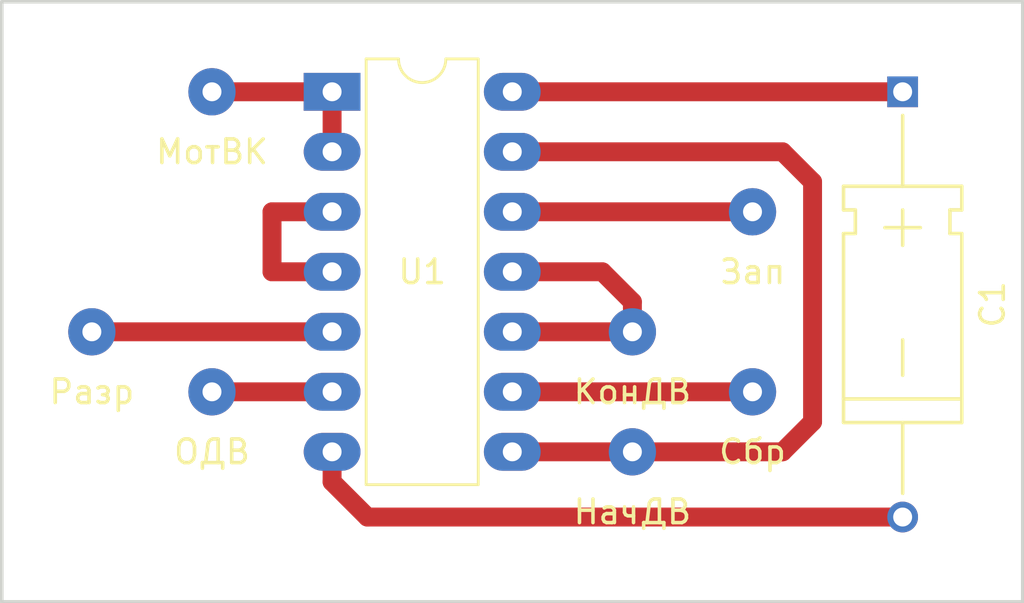
<source format=kicad_pcb>
(kicad_pcb (version 20171130) (host pcbnew "(5.0.0)")

  (general
    (thickness 1.6)
    (drawings 4)
    (tracks 23)
    (zones 0)
    (modules 9)
    (nets 11)
  )

  (page A4)
  (layers
    (0 F.Cu signal)
    (31 B.Cu signal)
    (32 B.Adhes user)
    (33 F.Adhes user)
    (34 B.Paste user)
    (35 F.Paste user)
    (36 B.SilkS user)
    (37 F.SilkS user)
    (38 B.Mask user)
    (39 F.Mask user)
    (40 Dwgs.User user)
    (41 Cmts.User user)
    (42 Eco1.User user)
    (43 Eco2.User user)
    (44 Edge.Cuts user)
    (45 Margin user)
    (46 B.CrtYd user)
    (47 F.CrtYd user)
    (48 B.Fab user)
    (49 F.Fab user)
  )

  (setup
    (last_trace_width 0.8)
    (user_trace_width 0.8)
    (trace_clearance 0.2)
    (zone_clearance 0.508)
    (zone_45_only no)
    (trace_min 0.2)
    (segment_width 0.2)
    (edge_width 0.15)
    (via_size 0.8)
    (via_drill 0.4)
    (via_min_size 0.4)
    (via_min_drill 0.3)
    (uvia_size 0.3)
    (uvia_drill 0.1)
    (uvias_allowed no)
    (uvia_min_size 0.2)
    (uvia_min_drill 0.1)
    (pcb_text_width 0.3)
    (pcb_text_size 1.5 1.5)
    (mod_edge_width 0.15)
    (mod_text_size 1 1)
    (mod_text_width 0.15)
    (pad_size 1.524 1.524)
    (pad_drill 0.762)
    (pad_to_mask_clearance 0.2)
    (aux_axis_origin 0 0)
    (visible_elements FFFFFF7F)
    (pcbplotparams
      (layerselection 0x010fc_ffffffff)
      (usegerberextensions false)
      (usegerberattributes false)
      (usegerberadvancedattributes false)
      (creategerberjobfile false)
      (excludeedgelayer true)
      (linewidth 0.100000)
      (plotframeref false)
      (viasonmask false)
      (mode 1)
      (useauxorigin false)
      (hpglpennumber 1)
      (hpglpenspeed 20)
      (hpglpendiameter 15.000000)
      (psnegative false)
      (psa4output false)
      (plotreference true)
      (plotvalue true)
      (plotinvisibletext false)
      (padsonsilk false)
      (subtractmaskfromsilk false)
      (outputformat 1)
      (mirror false)
      (drillshape 1)
      (scaleselection 1)
      (outputdirectory ""))
  )

  (net 0 "")
  (net 1 "Net-(J1-Pad1)")
  (net 2 "Net-(J7-Pad1)")
  (net 3 "Net-(J6-Pad1)")
  (net 4 "Net-(U1-Pad3)")
  (net 5 "Net-(J5-Pad1)")
  (net 6 "Net-(J3-Pad1)")
  (net 7 "Net-(J4-Pad1)")
  (net 8 "Net-(J2-Pad1)")
  (net 9 "Net-(C1-Pad2)")
  (net 10 "Net-(C1-Pad1)")

  (net_class Default "Это класс цепей по умолчанию."
    (clearance 0.2)
    (trace_width 0.25)
    (via_dia 0.8)
    (via_drill 0.4)
    (uvia_dia 0.3)
    (uvia_drill 0.1)
    (add_net "Net-(C1-Pad1)")
    (add_net "Net-(C1-Pad2)")
    (add_net "Net-(J1-Pad1)")
    (add_net "Net-(J2-Pad1)")
    (add_net "Net-(J3-Pad1)")
    (add_net "Net-(J4-Pad1)")
    (add_net "Net-(J5-Pad1)")
    (add_net "Net-(J6-Pad1)")
    (add_net "Net-(J7-Pad1)")
    (add_net "Net-(U1-Pad3)")
  )

  (module Capacitors_THT:C_Axial_D5_L11_P18 (layer F.Cu) (tedit 0) (tstamp 5D497BD8)
    (at 125.73 54.61 270)
    (descr "Axial Electrolytic Capacitor Diameter 5mm x Length 11mm, Pitch 18mm")
    (tags "Electrolytic Capacitor")
    (path /5D4210AA)
    (fp_text reference C1 (at 9 -3.8 270) (layer F.SilkS)
      (effects (font (size 1 1) (thickness 0.15)))
    )
    (fp_text value C (at 9 3.8 270) (layer F.Fab)
      (effects (font (size 1 1) (thickness 0.15)))
    )
    (fp_line (start 6 2.5) (end 14 2.5) (layer F.SilkS) (width 0.15))
    (fp_line (start 5 2.5) (end 4 2.5) (layer F.SilkS) (width 0.15))
    (fp_line (start 5 -2.5) (end 4 -2.5) (layer F.SilkS) (width 0.15))
    (fp_line (start 14 -2.5) (end 6 -2.5) (layer F.SilkS) (width 0.15))
    (fp_line (start 14 2.5) (end 14 -2.5) (layer F.SilkS) (width 0.15))
    (fp_line (start 13 -2.5) (end 13 2.5) (layer F.SilkS) (width 0.15))
    (fp_line (start 4 2.5) (end 4 -2.5) (layer F.SilkS) (width 0.15))
    (fp_line (start 6 2.5) (end 6 2) (layer F.SilkS) (width 0.15))
    (fp_line (start 6 2) (end 5 2) (layer F.SilkS) (width 0.15))
    (fp_line (start 5 2) (end 5 2.5) (layer F.SilkS) (width 0.15))
    (fp_line (start 5 -2.5) (end 5 -2) (layer F.SilkS) (width 0.15))
    (fp_line (start 5 -2) (end 6 -2) (layer F.SilkS) (width 0.15))
    (fp_line (start 6 -2) (end 6 -2.5) (layer F.SilkS) (width 0.15))
    (fp_line (start 17 0) (end 14 0) (layer F.SilkS) (width 0.15))
    (fp_line (start 4 0) (end 1 0) (layer F.SilkS) (width 0.15))
    (fp_line (start 10.5 0) (end 12 0) (layer F.SilkS) (width 0.15))
    (fp_line (start 5 0) (end 6.5 0) (layer F.SilkS) (width 0.15))
    (fp_line (start 5.75 0.75) (end 5.75 -0.75) (layer F.SilkS) (width 0.15))
    (fp_line (start -1 -2.8) (end 19 -2.8) (layer F.CrtYd) (width 0.05))
    (fp_line (start 19 -2.8) (end 19 2.8) (layer F.CrtYd) (width 0.05))
    (fp_line (start 19 2.8) (end -1 2.8) (layer F.CrtYd) (width 0.05))
    (fp_line (start -1 2.8) (end -1 -2.8) (layer F.CrtYd) (width 0.05))
    (pad 1 thru_hole rect (at 0 0 270) (size 1.3 1.3) (drill 0.8) (layers *.Cu *.Mask)
      (net 10 "Net-(C1-Pad1)"))
    (pad 2 thru_hole circle (at 18 0 270) (size 1.3 1.3) (drill 0.8) (layers *.Cu *.Mask)
      (net 9 "Net-(C1-Pad2)"))
    (model Capacitors_ThroughHole.3dshapes/C_Axial_D5_L11_P18.wrl
      (offset (xyz 9.000007264833451 0 0))
      (scale (xyz 1 1 1))
      (rotate (xyz 0 0 180))
    )
  )

  (module Connector_Wire:SolderWirePad_1x01_Drill0.8mm (layer F.Cu) (tedit 5D42120D) (tstamp 5D497BBC)
    (at 114.3 69.85)
    (descr "Wire solder connection")
    (tags connector)
    (path /5D421900)
    (attr virtual)
    (fp_text reference J7 (at -2.54 -1.27) (layer F.Fab)
      (effects (font (size 1 1) (thickness 0.15)))
    )
    (fp_text value НачДВ (at 0 2.54) (layer F.SilkS)
      (effects (font (size 1 1) (thickness 0.15)))
    )
    (fp_text user %R (at 0 0) (layer F.Fab)
      (effects (font (size 1 1) (thickness 0.15)))
    )
    (fp_line (start -1.5 -1.5) (end 1.5 -1.5) (layer F.CrtYd) (width 0.05))
    (fp_line (start -1.5 -1.5) (end -1.5 1.5) (layer F.CrtYd) (width 0.05))
    (fp_line (start 1.5 1.5) (end 1.5 -1.5) (layer F.CrtYd) (width 0.05))
    (fp_line (start 1.5 1.5) (end -1.5 1.5) (layer F.CrtYd) (width 0.05))
    (pad 1 thru_hole circle (at 0 0) (size 1.99898 1.99898) (drill 0.8001) (layers *.Cu *.Mask)
      (net 2 "Net-(J7-Pad1)"))
  )

  (module Connector_Wire:SolderWirePad_1x01_Drill0.8mm (layer F.Cu) (tedit 5D421243) (tstamp 5D497BB2)
    (at 119.38 67.31)
    (descr "Wire solder connection")
    (tags connector)
    (path /5D4219ED)
    (attr virtual)
    (fp_text reference J6 (at 0 -2.54) (layer F.Fab)
      (effects (font (size 1 1) (thickness 0.15)))
    )
    (fp_text value Сбр (at 0 2.54) (layer F.SilkS)
      (effects (font (size 1 1) (thickness 0.15)))
    )
    (fp_line (start 1.5 1.5) (end -1.5 1.5) (layer F.CrtYd) (width 0.05))
    (fp_line (start 1.5 1.5) (end 1.5 -1.5) (layer F.CrtYd) (width 0.05))
    (fp_line (start -1.5 -1.5) (end -1.5 1.5) (layer F.CrtYd) (width 0.05))
    (fp_line (start -1.5 -1.5) (end 1.5 -1.5) (layer F.CrtYd) (width 0.05))
    (fp_text user %R (at 0 0) (layer F.Fab)
      (effects (font (size 1 1) (thickness 0.15)))
    )
    (pad 1 thru_hole circle (at 0 0) (size 1.99898 1.99898) (drill 0.8001) (layers *.Cu *.Mask)
      (net 3 "Net-(J6-Pad1)"))
  )

  (module Connector_Wire:SolderWirePad_1x01_Drill0.8mm (layer F.Cu) (tedit 5D42121F) (tstamp 5D497BA8)
    (at 114.3 64.77)
    (descr "Wire solder connection")
    (tags connector)
    (path /5D4216BB)
    (attr virtual)
    (fp_text reference J5 (at 0 -2.54) (layer F.Fab)
      (effects (font (size 1 1) (thickness 0.15)))
    )
    (fp_text value КонДВ (at 0 2.54) (layer F.SilkS)
      (effects (font (size 1 1) (thickness 0.15)))
    )
    (fp_text user %R (at 0 0) (layer F.Fab)
      (effects (font (size 1 1) (thickness 0.15)))
    )
    (fp_line (start -1.5 -1.5) (end 1.5 -1.5) (layer F.CrtYd) (width 0.05))
    (fp_line (start -1.5 -1.5) (end -1.5 1.5) (layer F.CrtYd) (width 0.05))
    (fp_line (start 1.5 1.5) (end 1.5 -1.5) (layer F.CrtYd) (width 0.05))
    (fp_line (start 1.5 1.5) (end -1.5 1.5) (layer F.CrtYd) (width 0.05))
    (pad 1 thru_hole circle (at 0 0) (size 1.99898 1.99898) (drill 0.8001) (layers *.Cu *.Mask)
      (net 5 "Net-(J5-Pad1)"))
  )

  (module Connector_Wire:SolderWirePad_1x01_Drill0.8mm (layer F.Cu) (tedit 5D42123D) (tstamp 5D497B9E)
    (at 119.38 59.69)
    (descr "Wire solder connection")
    (tags connector)
    (path /5D421956)
    (attr virtual)
    (fp_text reference J4 (at -3.81 -1.27) (layer F.Fab)
      (effects (font (size 1 1) (thickness 0.15)))
    )
    (fp_text value Зап (at 0 2.54) (layer F.SilkS)
      (effects (font (size 1 1) (thickness 0.15)))
    )
    (fp_line (start 1.5 1.5) (end -1.5 1.5) (layer F.CrtYd) (width 0.05))
    (fp_line (start 1.5 1.5) (end 1.5 -1.5) (layer F.CrtYd) (width 0.05))
    (fp_line (start -1.5 -1.5) (end -1.5 1.5) (layer F.CrtYd) (width 0.05))
    (fp_line (start -1.5 -1.5) (end 1.5 -1.5) (layer F.CrtYd) (width 0.05))
    (fp_text user %R (at 0 0) (layer F.Fab)
      (effects (font (size 1 1) (thickness 0.15)))
    )
    (pad 1 thru_hole circle (at 0 0) (size 1.99898 1.99898) (drill 0.8001) (layers *.Cu *.Mask)
      (net 7 "Net-(J4-Pad1)"))
  )

  (module Connector_Wire:SolderWirePad_1x01_Drill0.8mm (layer F.Cu) (tedit 5D4211DE) (tstamp 5D497B94)
    (at 91.44 64.77)
    (descr "Wire solder connection")
    (tags connector)
    (path /5D4215F4)
    (attr virtual)
    (fp_text reference J3 (at 0 -2.54) (layer F.Fab)
      (effects (font (size 1 1) (thickness 0.15)))
    )
    (fp_text value Разр (at 0 2.54) (layer F.SilkS)
      (effects (font (size 1 1) (thickness 0.15)))
    )
    (fp_text user %R (at 0 0) (layer F.Fab)
      (effects (font (size 1 1) (thickness 0.15)))
    )
    (fp_line (start -1.5 -1.5) (end 1.5 -1.5) (layer F.CrtYd) (width 0.05))
    (fp_line (start -1.5 -1.5) (end -1.5 1.5) (layer F.CrtYd) (width 0.05))
    (fp_line (start 1.5 1.5) (end 1.5 -1.5) (layer F.CrtYd) (width 0.05))
    (fp_line (start 1.5 1.5) (end -1.5 1.5) (layer F.CrtYd) (width 0.05))
    (pad 1 thru_hole circle (at 0 0) (size 1.99898 1.99898) (drill 0.8001) (layers *.Cu *.Mask)
      (net 6 "Net-(J3-Pad1)"))
  )

  (module Connector_Wire:SolderWirePad_1x01_Drill0.8mm (layer F.Cu) (tedit 5D4211EE) (tstamp 5D497B8A)
    (at 96.52 67.31)
    (descr "Wire solder connection")
    (tags connector)
    (path /5D421660)
    (attr virtual)
    (fp_text reference J2 (at 0 -3.81) (layer F.Fab)
      (effects (font (size 1 1) (thickness 0.15)))
    )
    (fp_text value ОДВ (at 0 2.54) (layer F.SilkS)
      (effects (font (size 1 1) (thickness 0.15)))
    )
    (fp_line (start 1.5 1.5) (end -1.5 1.5) (layer F.CrtYd) (width 0.05))
    (fp_line (start 1.5 1.5) (end 1.5 -1.5) (layer F.CrtYd) (width 0.05))
    (fp_line (start -1.5 -1.5) (end -1.5 1.5) (layer F.CrtYd) (width 0.05))
    (fp_line (start -1.5 -1.5) (end 1.5 -1.5) (layer F.CrtYd) (width 0.05))
    (fp_text user %R (at 0 0) (layer F.Fab)
      (effects (font (size 1 1) (thickness 0.15)))
    )
    (pad 1 thru_hole circle (at 0 0) (size 1.99898 1.99898) (drill 0.8001) (layers *.Cu *.Mask)
      (net 8 "Net-(J2-Pad1)"))
  )

  (module Connector_Wire:SolderWirePad_1x01_Drill0.8mm (layer F.Cu) (tedit 5D4211D2) (tstamp 5D497B80)
    (at 96.52 54.61)
    (descr "Wire solder connection")
    (tags connector)
    (path /5D421561)
    (attr virtual)
    (fp_text reference J1 (at 0 -2.54) (layer F.Fab)
      (effects (font (size 1 1) (thickness 0.15)))
    )
    (fp_text value МотВК (at 0 2.54) (layer F.SilkS)
      (effects (font (size 1 1) (thickness 0.15)))
    )
    (fp_text user %R (at 0 0) (layer F.Fab)
      (effects (font (size 1 1) (thickness 0.15)))
    )
    (fp_line (start -1.5 -1.5) (end 1.5 -1.5) (layer F.CrtYd) (width 0.05))
    (fp_line (start -1.5 -1.5) (end -1.5 1.5) (layer F.CrtYd) (width 0.05))
    (fp_line (start 1.5 1.5) (end 1.5 -1.5) (layer F.CrtYd) (width 0.05))
    (fp_line (start 1.5 1.5) (end -1.5 1.5) (layer F.CrtYd) (width 0.05))
    (pad 1 thru_hole circle (at 0 0) (size 1.99898 1.99898) (drill 0.8001) (layers *.Cu *.Mask)
      (net 1 "Net-(J1-Pad1)"))
  )

  (module Housings_DIP:DIP-14_W7.62mm_LongPads (layer F.Cu) (tedit 58CC8E2C) (tstamp 5D497B76)
    (at 101.6 54.61)
    (descr "14-lead dip package, row spacing 7.62 mm (300 mils), LongPads")
    (tags "DIL DIP PDIP 2.54mm 7.62mm 300mil LongPads")
    (path /5D420E14)
    (fp_text reference U1 (at 3.81 7.62) (layer F.SilkS)
      (effects (font (size 1 1) (thickness 0.15)))
    )
    (fp_text value 7400 (at 3.81 17.63) (layer F.Fab)
      (effects (font (size 1 1) (thickness 0.15)))
    )
    (fp_text user %R (at 3.81 7.62) (layer F.Fab)
      (effects (font (size 1 1) (thickness 0.15)))
    )
    (fp_line (start 1.635 -1.27) (end 6.985 -1.27) (layer F.Fab) (width 0.1))
    (fp_line (start 6.985 -1.27) (end 6.985 16.51) (layer F.Fab) (width 0.1))
    (fp_line (start 6.985 16.51) (end 0.635 16.51) (layer F.Fab) (width 0.1))
    (fp_line (start 0.635 16.51) (end 0.635 -0.27) (layer F.Fab) (width 0.1))
    (fp_line (start 0.635 -0.27) (end 1.635 -1.27) (layer F.Fab) (width 0.1))
    (fp_line (start 2.81 -1.39) (end 1.44 -1.39) (layer F.SilkS) (width 0.12))
    (fp_line (start 1.44 -1.39) (end 1.44 16.63) (layer F.SilkS) (width 0.12))
    (fp_line (start 1.44 16.63) (end 6.18 16.63) (layer F.SilkS) (width 0.12))
    (fp_line (start 6.18 16.63) (end 6.18 -1.39) (layer F.SilkS) (width 0.12))
    (fp_line (start 6.18 -1.39) (end 4.81 -1.39) (layer F.SilkS) (width 0.12))
    (fp_line (start -1.5 -1.6) (end -1.5 16.8) (layer F.CrtYd) (width 0.05))
    (fp_line (start -1.5 16.8) (end 9.1 16.8) (layer F.CrtYd) (width 0.05))
    (fp_line (start 9.1 16.8) (end 9.1 -1.6) (layer F.CrtYd) (width 0.05))
    (fp_line (start 9.1 -1.6) (end -1.5 -1.6) (layer F.CrtYd) (width 0.05))
    (fp_arc (start 3.81 -1.39) (end 2.81 -1.39) (angle -180) (layer F.SilkS) (width 0.12))
    (pad 1 thru_hole rect (at 0 0) (size 2.4 1.6) (drill 0.8) (layers *.Cu *.Mask)
      (net 1 "Net-(J1-Pad1)"))
    (pad 8 thru_hole oval (at 7.62 15.24) (size 2.4 1.6) (drill 0.8) (layers *.Cu *.Mask)
      (net 2 "Net-(J7-Pad1)"))
    (pad 2 thru_hole oval (at 0 2.54) (size 2.4 1.6) (drill 0.8) (layers *.Cu *.Mask)
      (net 1 "Net-(J1-Pad1)"))
    (pad 9 thru_hole oval (at 7.62 12.7) (size 2.4 1.6) (drill 0.8) (layers *.Cu *.Mask)
      (net 3 "Net-(J6-Pad1)"))
    (pad 3 thru_hole oval (at 0 5.08) (size 2.4 1.6) (drill 0.8) (layers *.Cu *.Mask)
      (net 4 "Net-(U1-Pad3)"))
    (pad 10 thru_hole oval (at 7.62 10.16) (size 2.4 1.6) (drill 0.8) (layers *.Cu *.Mask)
      (net 5 "Net-(J5-Pad1)"))
    (pad 4 thru_hole oval (at 0 7.62) (size 2.4 1.6) (drill 0.8) (layers *.Cu *.Mask)
      (net 4 "Net-(U1-Pad3)"))
    (pad 11 thru_hole oval (at 7.62 7.62) (size 2.4 1.6) (drill 0.8) (layers *.Cu *.Mask)
      (net 5 "Net-(J5-Pad1)"))
    (pad 5 thru_hole oval (at 0 10.16) (size 2.4 1.6) (drill 0.8) (layers *.Cu *.Mask)
      (net 6 "Net-(J3-Pad1)"))
    (pad 12 thru_hole oval (at 7.62 5.08) (size 2.4 1.6) (drill 0.8) (layers *.Cu *.Mask)
      (net 7 "Net-(J4-Pad1)"))
    (pad 6 thru_hole oval (at 0 12.7) (size 2.4 1.6) (drill 0.8) (layers *.Cu *.Mask)
      (net 8 "Net-(J2-Pad1)"))
    (pad 13 thru_hole oval (at 7.62 2.54) (size 2.4 1.6) (drill 0.8) (layers *.Cu *.Mask)
      (net 2 "Net-(J7-Pad1)"))
    (pad 7 thru_hole oval (at 0 15.24) (size 2.4 1.6) (drill 0.8) (layers *.Cu *.Mask)
      (net 9 "Net-(C1-Pad2)"))
    (pad 14 thru_hole oval (at 7.62 0) (size 2.4 1.6) (drill 0.8) (layers *.Cu *.Mask)
      (net 10 "Net-(C1-Pad1)"))
    (model ${KISYS3DMOD}/Housings_DIP.3dshapes/DIP-14_W7.62mm_LongPads.wrl
      (at (xyz 0 0 0))
      (scale (xyz 1 1 1))
      (rotate (xyz 0 0 0))
    )
  )

  (gr_line (start 87.63 76.2) (end 87.63 50.8) (layer Edge.Cuts) (width 0.15))
  (gr_line (start 130.81 76.2) (end 87.63 76.2) (layer Edge.Cuts) (width 0.15))
  (gr_line (start 130.81 50.8) (end 130.81 76.2) (layer Edge.Cuts) (width 0.15))
  (gr_line (start 87.63 50.8) (end 130.81 50.8) (layer Edge.Cuts) (width 0.15))

  (segment (start 101.6 57.15) (end 101.6 54.61) (width 0.8) (layer F.Cu) (net 1))
  (segment (start 101.6 54.61) (end 96.52 54.61) (width 0.8) (layer F.Cu) (net 1))
  (segment (start 114.3 69.85) (end 109.22 69.85) (width 0.8) (layer F.Cu) (net 2))
  (segment (start 109.22 57.15) (end 120.65 57.15) (width 0.8) (layer F.Cu) (net 2) (tstamp 5D49852B))
  (segment (start 120.65 57.15) (end 121.92 58.42) (width 0.8) (layer F.Cu) (net 2))
  (segment (start 121.92 58.42) (end 121.92 68.58) (width 0.8) (layer F.Cu) (net 2))
  (segment (start 121.92 68.58) (end 120.65 69.85) (width 0.8) (layer F.Cu) (net 2))
  (segment (start 120.65 69.85) (end 114.3 69.85) (width 0.8) (layer F.Cu) (net 2))
  (segment (start 119.38 67.31) (end 109.22 67.31) (width 0.8) (layer F.Cu) (net 3) (tstamp 5D49834A))
  (segment (start 101.6 59.69) (end 99.06 59.69) (width 0.8) (layer F.Cu) (net 4))
  (segment (start 99.06 59.69) (end 99.06 62.23) (width 0.8) (layer F.Cu) (net 4))
  (segment (start 99.06 62.23) (end 101.6 62.23) (width 0.8) (layer F.Cu) (net 4))
  (segment (start 114.3 64.77) (end 109.22 64.77) (width 0.8) (layer F.Cu) (net 5))
  (segment (start 109.22 62.23) (end 113.03 62.23) (width 0.8) (layer F.Cu) (net 5))
  (segment (start 113.03 62.23) (end 114.3 63.5) (width 0.8) (layer F.Cu) (net 5))
  (segment (start 114.3 63.5) (end 114.3 64.77) (width 0.8) (layer F.Cu) (net 5))
  (segment (start 101.6 64.77) (end 91.44 64.77) (width 0.8) (layer F.Cu) (net 6))
  (segment (start 109.22 59.69) (end 119.38 59.69) (width 0.8) (layer F.Cu) (net 7))
  (segment (start 96.52 67.31) (end 101.6 67.31) (width 0.8) (layer F.Cu) (net 8))
  (segment (start 125.73 72.61) (end 103.09 72.61) (width 0.8) (layer F.Cu) (net 9))
  (segment (start 103.09 72.61) (end 101.6 71.12) (width 0.8) (layer F.Cu) (net 9))
  (segment (start 101.6 71.12) (end 101.6 69.85) (width 0.8) (layer F.Cu) (net 9))
  (segment (start 109.22 54.61) (end 125.73 54.61) (width 0.8) (layer F.Cu) (net 10))

)

</source>
